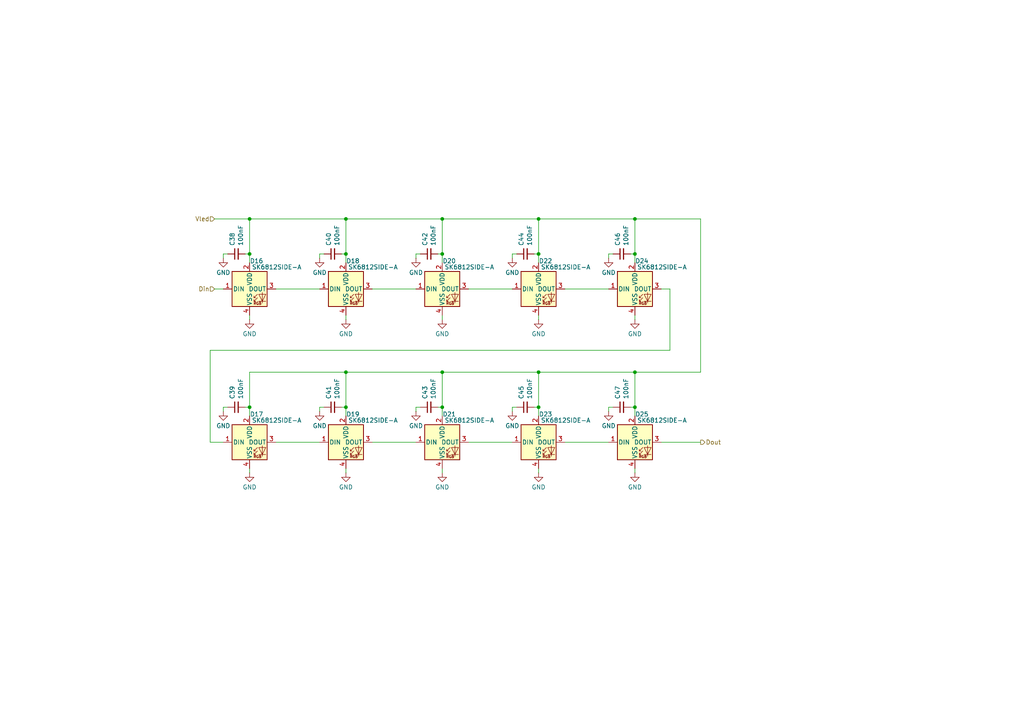
<source format=kicad_sch>
(kicad_sch (version 20231120) (generator "eeschema") (generator_version "8.0")
  (paper "A4")
  (lib_symbols
    (symbol "Device:C_Small" (pin_numbers hide) (pin_names (offset 0.254) hide)
      (property "Reference" "C" (at 0.254 1.778 0))
      (property "Value" "C_Small" (at 0.254 -2.032 0))
      (symbol "C_Small_0_1"
        (polyline (pts (xy -1.524 -0.508) (xy 1.524 -0.508)) (stroke (width 0.3302)))
        (polyline (pts (xy -1.524 0.508) (xy 1.524 0.508)) (stroke (width 0.3048)))
      )
      (symbol "C_Small_1_1"
        (pin passive line (at 0 2.54 270) (length 2.032) (name "~") (number "1"))
        (pin passive line (at 0 -2.54 90) (length 2.032) (name "~") (number "2"))
      )
    )
    (symbol "LED_Opsco:SK6812SIDE-A" (pin_names (offset 0.254))
      (property "Reference" "D" (at 5.08 5.715 0))
      (property "Value" "SK6812SIDE-A" (at 1.27 -5.715 0))
      (symbol "SK6812SIDE-A_0_0"
        (text "RGB" (at 2.286 -4.191 0) (effects (font (size 0.762 0.762))))
      )
      (symbol "SK6812SIDE-A_0_1"
        (rectangle (start -5.08 5.08) (end 5.08 -5.08) (stroke (width 0.254)) (fill (type background)))
        (polyline (pts (xy 1.27 -3.556) (xy 1.778 -3.556)))
        (polyline (pts (xy 1.27 -2.54) (xy 1.778 -2.54)))
        (polyline (pts (xy 4.699 -3.556) (xy 2.667 -3.556)))
        (polyline (pts (xy 2.286 -2.54) (xy 1.27 -3.556) (xy 1.27 -3.048)))
        (polyline (pts (xy 2.286 -1.524) (xy 1.27 -2.54) (xy 1.27 -2.032)))
        (polyline (pts (xy 3.683 -1.016) (xy 3.683 -3.556) (xy 3.683 -4.064)))
        (polyline (pts (xy 4.699 -1.524) (xy 2.667 -1.524) (xy 3.683 -3.556) (xy 4.699 -1.524)))
      )
      (symbol "SK6812SIDE-A_1_1"
        (pin input line (at -7.62 0 0) (length 2.54) (name "DIN") (number "1"))
        (pin power_in line (at 0 7.62 270) (length 2.54) (name "VDD") (number "2"))
        (pin output line (at 7.62 0 180) (length 2.54) (name "DOUT") (number "3"))
        (pin power_in line (at 0 -7.62 90) (length 2.54) (name "VSS") (number "4"))
      )
    )
    (symbol "power:GND" (power) (pin_numbers hide) (pin_names (offset 0) hide)
      (property "Value" "GND" (at 0 -3.81 0))
      (symbol "GND_0_1"
        (polyline (pts (xy 0 0) (xy 0 -1.27) (xy 1.27 -1.27) (xy 0 -2.54) (xy -1.27 -1.27) (xy 0 -1.27)))
      )
      (symbol "GND_1_1"
        (pin power_in line (at 0 0 270) (length 0) (name "~") (number "1"))
      )
    )
  )
  (junction (at 128.27 118.11))
  (junction (at 184.15 118.11))
  (junction (at 100.33 107.95))
  (junction (at 156.21 63.5))
  (junction (at 72.39 63.5))
  (junction (at 100.33 73.66))
  (junction (at 100.33 118.11))
  (junction (at 128.27 63.5))
  (junction (at 184.15 63.5))
  (junction (at 72.39 73.66))
  (junction (at 128.27 73.66))
  (junction (at 100.33 63.5))
  (junction (at 156.21 118.11))
  (junction (at 128.27 107.95))
  (junction (at 184.15 73.66))
  (junction (at 72.39 118.11))
  (junction (at 156.21 107.95))
  (junction (at 184.15 107.95))
  (junction (at 156.21 73.66))
  (wire (pts (xy 107.95 83.82) (xy 120.65 83.82)))
  (wire (pts (xy 194.31 83.82) (xy 194.31 101.6)))
  (wire (pts (xy 156.21 118.11) (xy 156.21 120.65)))
  (wire (pts (xy 72.39 63.5) (xy 72.39 73.66)))
  (wire (pts (xy 154.94 73.66) (xy 156.21 73.66)))
  (wire (pts (xy 72.39 107.95) (xy 100.33 107.95)))
  (wire (pts (xy 64.77 74.93) (xy 64.77 73.66)))
  (wire (pts (xy 100.33 73.66) (xy 100.33 76.2)))
  (wire (pts (xy 71.12 118.11) (xy 72.39 118.11)))
  (wire (pts (xy 80.01 128.27) (xy 92.71 128.27)))
  (wire (pts (xy 64.77 118.11) (xy 66.04 118.11)))
  (wire (pts (xy 203.2 107.95) (xy 203.2 63.5)))
  (wire (pts (xy 184.15 73.66) (xy 184.15 76.2)))
  (wire (pts (xy 72.39 107.95) (xy 72.39 118.11)))
  (wire (pts (xy 163.83 128.27) (xy 176.53 128.27)))
  (wire (pts (xy 62.23 83.82) (xy 64.77 83.82)))
  (wire (pts (xy 182.88 73.66) (xy 184.15 73.66)))
  (wire (pts (xy 60.96 128.27) (xy 64.77 128.27)))
  (wire (pts (xy 100.33 63.5) (xy 100.33 73.66)))
  (wire (pts (xy 72.39 63.5) (xy 100.33 63.5)))
  (wire (pts (xy 156.21 73.66) (xy 156.21 76.2)))
  (wire (pts (xy 128.27 118.11) (xy 128.27 120.65)))
  (wire (pts (xy 127 73.66) (xy 128.27 73.66)))
  (wire (pts (xy 156.21 63.5) (xy 156.21 73.66)))
  (wire (pts (xy 191.77 128.27) (xy 203.2 128.27)))
  (wire (pts (xy 184.15 63.5) (xy 184.15 73.66)))
  (wire (pts (xy 191.77 83.82) (xy 194.31 83.82)))
  (wire (pts (xy 64.77 119.38) (xy 64.77 118.11)))
  (wire (pts (xy 156.21 107.95) (xy 184.15 107.95)))
  (wire (pts (xy 120.65 73.66) (xy 121.92 73.66)))
  (wire (pts (xy 99.06 118.11) (xy 100.33 118.11)))
  (wire (pts (xy 71.12 73.66) (xy 72.39 73.66)))
  (wire (pts (xy 107.95 128.27) (xy 120.65 128.27)))
  (wire (pts (xy 128.27 63.5) (xy 128.27 73.66)))
  (wire (pts (xy 99.06 73.66) (xy 100.33 73.66)))
  (wire (pts (xy 92.71 119.38) (xy 92.71 118.11)))
  (wire (pts (xy 92.71 74.93) (xy 92.71 73.66)))
  (wire (pts (xy 128.27 91.44) (xy 128.27 92.71)))
  (wire (pts (xy 194.31 101.6) (xy 60.96 101.6)))
  (wire (pts (xy 100.33 91.44) (xy 100.33 92.71)))
  (wire (pts (xy 163.83 83.82) (xy 176.53 83.82)))
  (wire (pts (xy 184.15 135.89) (xy 184.15 137.16)))
  (wire (pts (xy 128.27 107.95) (xy 156.21 107.95)))
  (wire (pts (xy 92.71 73.66) (xy 93.98 73.66)))
  (wire (pts (xy 128.27 73.66) (xy 128.27 76.2)))
  (wire (pts (xy 176.53 73.66) (xy 177.8 73.66)))
  (wire (pts (xy 100.33 107.95) (xy 128.27 107.95)))
  (wire (pts (xy 72.39 91.44) (xy 72.39 92.71)))
  (wire (pts (xy 100.33 135.89) (xy 100.33 137.16)))
  (wire (pts (xy 148.59 73.66) (xy 149.86 73.66)))
  (wire (pts (xy 127 118.11) (xy 128.27 118.11)))
  (wire (pts (xy 120.65 118.11) (xy 121.92 118.11)))
  (wire (pts (xy 154.94 118.11) (xy 156.21 118.11)))
  (wire (pts (xy 156.21 107.95) (xy 156.21 118.11)))
  (wire (pts (xy 182.88 118.11) (xy 184.15 118.11)))
  (wire (pts (xy 128.27 63.5) (xy 156.21 63.5)))
  (wire (pts (xy 135.89 83.82) (xy 148.59 83.82)))
  (wire (pts (xy 100.33 118.11) (xy 100.33 120.65)))
  (wire (pts (xy 100.33 63.5) (xy 128.27 63.5)))
  (wire (pts (xy 156.21 63.5) (xy 184.15 63.5)))
  (wire (pts (xy 120.65 119.38) (xy 120.65 118.11)))
  (wire (pts (xy 148.59 118.11) (xy 149.86 118.11)))
  (wire (pts (xy 135.89 128.27) (xy 148.59 128.27)))
  (wire (pts (xy 148.59 119.38) (xy 148.59 118.11)))
  (wire (pts (xy 184.15 91.44) (xy 184.15 92.71)))
  (wire (pts (xy 64.77 73.66) (xy 66.04 73.66)))
  (wire (pts (xy 184.15 107.95) (xy 203.2 107.95)))
  (wire (pts (xy 176.53 119.38) (xy 176.53 118.11)))
  (wire (pts (xy 184.15 118.11) (xy 184.15 120.65)))
  (wire (pts (xy 148.59 74.93) (xy 148.59 73.66)))
  (wire (pts (xy 156.21 135.89) (xy 156.21 137.16)))
  (wire (pts (xy 176.53 74.93) (xy 176.53 73.66)))
  (wire (pts (xy 72.39 73.66) (xy 72.39 76.2)))
  (wire (pts (xy 62.23 63.5) (xy 72.39 63.5)))
  (wire (pts (xy 100.33 107.95) (xy 100.33 118.11)))
  (wire (pts (xy 184.15 107.95) (xy 184.15 118.11)))
  (wire (pts (xy 80.01 83.82) (xy 92.71 83.82)))
  (wire (pts (xy 60.96 101.6) (xy 60.96 128.27)))
  (wire (pts (xy 184.15 63.5) (xy 203.2 63.5)))
  (wire (pts (xy 72.39 135.89) (xy 72.39 137.16)))
  (wire (pts (xy 128.27 135.89) (xy 128.27 137.16)))
  (wire (pts (xy 156.21 91.44) (xy 156.21 92.71)))
  (wire (pts (xy 92.71 118.11) (xy 93.98 118.11)))
  (wire (pts (xy 176.53 118.11) (xy 177.8 118.11)))
  (wire (pts (xy 72.39 118.11) (xy 72.39 120.65)))
  (wire (pts (xy 128.27 107.95) (xy 128.27 118.11)))
  (wire (pts (xy 120.65 74.93) (xy 120.65 73.66)))
  (hierarchical_label "Vled" (shape input) (at 62.23 63.5 180))
  (hierarchical_label "Dout" (shape output) (at 203.2 128.27 0))
  (hierarchical_label "Din" (shape input) (at 62.23 83.82 180))
  (symbol (lib_id "LED_Opsco:SK6812SIDE-A") (at 184.15 83.82 0) (unit 1)
    (property "Reference" "D24" (at 186.182 75.692 0))
    (property "Value" "SK6812SIDE-A" (at 192.024 77.47 0))
    (property "Footprint" "LED_Opsco:LED_SK6812SIDE-A" (effects (hide yes)))
    (property "Datasheet" "https://cdn-shop.adafruit.com/product-files/1138/SK6812+LED+datasheet+.pdf" (effects (hide yes)))
    (property "Description" "RGB LED with integrated controller" (effects (hide yes)))
    (property "LCSC" "C5378721" (effects (hide yes)))
    (instances (project "TallyLight" (path "" (reference "D24") (unit 1)) (path "" (reference "D14") (unit 1))))
  )
  (symbol (lib_id "power:GND") (at 100.33 92.71 0) (unit 1)
    (property "Reference" "#PWR078" (effects (hide yes)))
    (property "Value" "GND" (at 100.33 96.8431 0))
    (property "Description" "Power symbol creates a global label with name \"GND\" , ground" (effects (hide yes)))
    (instances (project "TallyLight" (path "" (reference "#PWR078") (unit 1)) (path "" (reference "#PWR058") (unit 1))))
  )
  (symbol (lib_id "power:GND") (at 72.39 92.71 0) (unit 1)
    (property "Reference" "#PWR074" (effects (hide yes)))
    (property "Value" "GND" (at 72.39 96.8431 0))
    (property "Description" "Power symbol creates a global label with name \"GND\" , ground" (effects (hide yes)))
    (instances (project "TallyLight" (path "" (reference "#PWR074") (unit 1)) (path "" (reference "#PWR054") (unit 1))))
  )
  (symbol (lib_id "power:GND") (at 156.21 137.16 0) (unit 1)
    (property "Reference" "#PWR087" (effects (hide yes)))
    (property "Value" "GND" (at 156.21 141.2931 0))
    (property "Description" "Power symbol creates a global label with name \"GND\" , ground" (effects (hide yes)))
    (instances (project "TallyLight" (path "" (reference "#PWR087") (unit 1)) (path "" (reference "#PWR067") (unit 1))))
  )
  (symbol (lib_id "power:GND") (at 64.77 119.38 0) (unit 1)
    (property "Reference" "#PWR073" (effects (hide yes)))
    (property "Value" "GND" (at 64.77 123.5131 0))
    (property "Description" "Power symbol creates a global label with name \"GND\" , ground" (effects (hide yes)))
    (instances (project "TallyLight" (path "" (reference "#PWR073") (unit 1)) (path "" (reference "#PWR053") (unit 1))))
  )
  (symbol (lib_id "Device:C_Small") (at 124.46 118.11 90) (mirror x) (unit 1)
    (property "Reference" "C43" (at 123.2541 115.7859 0) (effects (justify right)))
    (property "Value" "100nF" (at 125.6784 115.7859 0) (effects (justify right)))
    (property "Footprint" "Capacitor_SMD:C_0402_1005Metric" (effects (hide yes)))
    (property "Description" "Unpolarized capacitor, small symbol" (effects (hide yes)))
    (property "LCSC" "C1525" (effects (hide yes)))
    (instances (project "TallyLight" (path "" (reference "C43") (unit 1)) (path "" (reference "C33") (unit 1))))
  )
  (symbol (lib_id "LED_Opsco:SK6812SIDE-A") (at 156.21 128.27 0) (unit 1)
    (property "Reference" "D23" (at 158.242 120.142 0))
    (property "Value" "SK6812SIDE-A" (at 164.084 121.92 0))
    (property "Footprint" "LED_Opsco:LED_SK6812SIDE-A" (effects (hide yes)))
    (property "Datasheet" "https://cdn-shop.adafruit.com/product-files/1138/SK6812+LED+datasheet+.pdf" (effects (hide yes)))
    (property "Description" "RGB LED with integrated controller" (effects (hide yes)))
    (property "LCSC" "C5378721" (effects (hide yes)))
    (instances (project "TallyLight" (path "" (reference "D23") (unit 1)) (path "" (reference "D13") (unit 1))))
  )
  (symbol (lib_id "power:GND") (at 148.59 74.93 0) (unit 1)
    (property "Reference" "#PWR084" (effects (hide yes)))
    (property "Value" "GND" (at 148.59 79.0631 0))
    (property "Description" "Power symbol creates a global label with name \"GND\" , ground" (effects (hide yes)))
    (instances (project "TallyLight" (path "" (reference "#PWR084") (unit 1)) (path "" (reference "#PWR064") (unit 1))))
  )
  (symbol (lib_id "Device:C_Small") (at 96.52 118.11 90) (mirror x) (unit 1)
    (property "Reference" "C41" (at 95.3141 115.7859 0) (effects (justify right)))
    (property "Value" "100nF" (at 97.7384 115.7859 0) (effects (justify right)))
    (property "Footprint" "Capacitor_SMD:C_0402_1005Metric" (effects (hide yes)))
    (property "Description" "Unpolarized capacitor, small symbol" (effects (hide yes)))
    (property "LCSC" "C1525" (effects (hide yes)))
    (instances (project "TallyLight" (path "" (reference "C41") (unit 1)) (path "" (reference "C31") (unit 1))))
  )
  (symbol (lib_id "power:GND") (at 64.77 74.93 0) (unit 1)
    (property "Reference" "#PWR072" (effects (hide yes)))
    (property "Value" "GND" (at 64.77 79.0631 0))
    (property "Description" "Power symbol creates a global label with name \"GND\" , ground" (effects (hide yes)))
    (instances (project "TallyLight" (path "" (reference "#PWR072") (unit 1)) (path "" (reference "#PWR052") (unit 1))))
  )
  (symbol (lib_id "LED_Opsco:SK6812SIDE-A") (at 100.33 128.27 0) (unit 1)
    (property "Reference" "D19" (at 102.362 120.142 0))
    (property "Value" "SK6812SIDE-A" (at 108.204 121.92 0))
    (property "Footprint" "LED_Opsco:LED_SK6812SIDE-A" (effects (hide yes)))
    (property "Datasheet" "https://cdn-shop.adafruit.com/product-files/1138/SK6812+LED+datasheet+.pdf" (effects (hide yes)))
    (property "Description" "RGB LED with integrated controller" (effects (hide yes)))
    (property "LCSC" "C5378721" (effects (hide yes)))
    (instances (project "TallyLight" (path "" (reference "D19") (unit 1)) (path "" (reference "D9") (unit 1))))
  )
  (symbol (lib_id "Device:C_Small") (at 180.34 73.66 90) (mirror x) (unit 1)
    (property "Reference" "C46" (at 179.1341 71.3359 0) (effects (justify right)))
    (property "Value" "100nF" (at 181.5584 71.3359 0) (effects (justify right)))
    (property "Footprint" "Capacitor_SMD:C_0402_1005Metric" (effects (hide yes)))
    (property "Description" "Unpolarized capacitor, small symbol" (effects (hide yes)))
    (property "LCSC" "C1525" (effects (hide yes)))
    (instances (project "TallyLight" (path "" (reference "C46") (unit 1)) (path "" (reference "C36") (unit 1))))
  )
  (symbol (lib_id "power:GND") (at 128.27 92.71 0) (unit 1)
    (property "Reference" "#PWR082" (effects (hide yes)))
    (property "Value" "GND" (at 128.27 96.8431 0))
    (property "Description" "Power symbol creates a global label with name \"GND\" , ground" (effects (hide yes)))
    (instances (project "TallyLight" (path "" (reference "#PWR082") (unit 1)) (path "" (reference "#PWR062") (unit 1))))
  )
  (symbol (lib_id "Device:C_Small") (at 180.34 118.11 90) (mirror x) (unit 1)
    (property "Reference" "C47" (at 179.1341 115.7859 0) (effects (justify right)))
    (property "Value" "100nF" (at 181.5584 115.7859 0) (effects (justify right)))
    (property "Footprint" "Capacitor_SMD:C_0402_1005Metric" (effects (hide yes)))
    (property "Description" "Unpolarized capacitor, small symbol" (effects (hide yes)))
    (property "LCSC" "C1525" (effects (hide yes)))
    (instances (project "TallyLight" (path "" (reference "C47") (unit 1)) (path "" (reference "C37") (unit 1))))
  )
  (symbol (lib_id "LED_Opsco:SK6812SIDE-A") (at 100.33 83.82 0) (unit 1)
    (property "Reference" "D18" (at 102.362 75.692 0))
    (property "Value" "SK6812SIDE-A" (at 108.204 77.47 0))
    (property "Footprint" "LED_Opsco:LED_SK6812SIDE-A" (effects (hide yes)))
    (property "Datasheet" "https://cdn-shop.adafruit.com/product-files/1138/SK6812+LED+datasheet+.pdf" (effects (hide yes)))
    (property "Description" "RGB LED with integrated controller" (effects (hide yes)))
    (property "LCSC" "C5378721" (effects (hide yes)))
    (instances (project "TallyLight" (path "" (reference "D18") (unit 1)) (path "" (reference "D8") (unit 1))))
  )
  (symbol (lib_id "power:GND") (at 120.65 119.38 0) (unit 1)
    (property "Reference" "#PWR081" (effects (hide yes)))
    (property "Value" "GND" (at 120.65 123.5131 0))
    (property "Description" "Power symbol creates a global label with name \"GND\" , ground" (effects (hide yes)))
    (instances (project "TallyLight" (path "" (reference "#PWR081") (unit 1)) (path "" (reference "#PWR061") (unit 1))))
  )
  (symbol (lib_id "power:GND") (at 92.71 74.93 0) (unit 1)
    (property "Reference" "#PWR076" (effects (hide yes)))
    (property "Value" "GND" (at 92.71 79.0631 0))
    (property "Description" "Power symbol creates a global label with name \"GND\" , ground" (effects (hide yes)))
    (instances (project "TallyLight" (path "" (reference "#PWR076") (unit 1)) (path "" (reference "#PWR056") (unit 1))))
  )
  (symbol (lib_id "Device:C_Small") (at 68.58 73.66 90) (mirror x) (unit 1)
    (property "Reference" "C38" (at 67.3741 71.3359 0) (effects (justify right)))
    (property "Value" "100nF" (at 69.7984 71.3359 0) (effects (justify right)))
    (property "Footprint" "Capacitor_SMD:C_0402_1005Metric" (effects (hide yes)))
    (property "Description" "Unpolarized capacitor, small symbol" (effects (hide yes)))
    (property "LCSC" "C1525" (effects (hide yes)))
    (instances (project "TallyLight" (path "" (reference "C38") (unit 1)) (path "" (reference "C28") (unit 1))))
  )
  (symbol (lib_id "Device:C_Small") (at 124.46 73.66 90) (mirror x) (unit 1)
    (property "Reference" "C42" (at 123.2541 71.3359 0) (effects (justify right)))
    (property "Value" "100nF" (at 125.6784 71.3359 0) (effects (justify right)))
    (property "Footprint" "Capacitor_SMD:C_0402_1005Metric" (effects (hide yes)))
    (property "Description" "Unpolarized capacitor, small symbol" (effects (hide yes)))
    (property "LCSC" "C1525" (effects (hide yes)))
    (instances (project "TallyLight" (path "" (reference "C42") (unit 1)) (path "" (reference "C32") (unit 1))))
  )
  (symbol (lib_id "power:GND") (at 184.15 92.71 0) (unit 1)
    (property "Reference" "#PWR090" (effects (hide yes)))
    (property "Value" "GND" (at 184.15 96.8431 0))
    (property "Description" "Power symbol creates a global label with name \"GND\" , ground" (effects (hide yes)))
    (instances (project "TallyLight" (path "" (reference "#PWR090") (unit 1)) (path "" (reference "#PWR070") (unit 1))))
  )
  (symbol (lib_id "Device:C_Small") (at 152.4 73.66 90) (mirror x) (unit 1)
    (property "Reference" "C44" (at 151.1941 71.3359 0) (effects (justify right)))
    (property "Value" "100nF" (at 153.6184 71.3359 0) (effects (justify right)))
    (property "Footprint" "Capacitor_SMD:C_0402_1005Metric" (effects (hide yes)))
    (property "Description" "Unpolarized capacitor, small symbol" (effects (hide yes)))
    (property "LCSC" "C1525" (effects (hide yes)))
    (instances (project "TallyLight" (path "" (reference "C44") (unit 1)) (path "" (reference "C34") (unit 1))))
  )
  (symbol (lib_id "power:GND") (at 184.15 137.16 0) (unit 1)
    (property "Reference" "#PWR091" (effects (hide yes)))
    (property "Value" "GND" (at 184.15 141.2931 0))
    (property "Description" "Power symbol creates a global label with name \"GND\" , ground" (effects (hide yes)))
    (instances (project "TallyLight" (path "" (reference "#PWR091") (unit 1)) (path "" (reference "#PWR071") (unit 1))))
  )
  (symbol (lib_id "power:GND") (at 92.71 119.38 0) (unit 1)
    (property "Reference" "#PWR077" (effects (hide yes)))
    (property "Value" "GND" (at 92.71 123.5131 0))
    (property "Description" "Power symbol creates a global label with name \"GND\" , ground" (effects (hide yes)))
    (instances (project "TallyLight" (path "" (reference "#PWR077") (unit 1)) (path "" (reference "#PWR057") (unit 1))))
  )
  (symbol (lib_id "LED_Opsco:SK6812SIDE-A") (at 156.21 83.82 0) (unit 1)
    (property "Reference" "D22" (at 158.242 75.692 0))
    (property "Value" "SK6812SIDE-A" (at 164.084 77.47 0))
    (property "Footprint" "LED_Opsco:LED_SK6812SIDE-A" (effects (hide yes)))
    (property "Datasheet" "https://cdn-shop.adafruit.com/product-files/1138/SK6812+LED+datasheet+.pdf" (effects (hide yes)))
    (property "Description" "RGB LED with integrated controller" (effects (hide yes)))
    (property "LCSC" "C5378721" (effects (hide yes)))
    (instances (project "TallyLight" (path "" (reference "D22") (unit 1)) (path "" (reference "D12") (unit 1))))
  )
  (symbol (lib_id "LED_Opsco:SK6812SIDE-A") (at 72.39 83.82 0) (unit 1)
    (property "Reference" "D16" (at 74.422 75.692 0))
    (property "Value" "SK6812SIDE-A" (at 80.264 77.47 0))
    (property "Footprint" "LED_Opsco:LED_SK6812SIDE-A" (effects (hide yes)))
    (property "Datasheet" "https://cdn-shop.adafruit.com/product-files/1138/SK6812+LED+datasheet+.pdf" (effects (hide yes)))
    (property "Description" "RGB LED with integrated controller" (effects (hide yes)))
    (property "LCSC" "C5378721" (effects (hide yes)))
    (instances (project "TallyLight" (path "" (reference "D16") (unit 1)) (path "" (reference "D6") (unit 1))))
  )
  (symbol (lib_id "power:GND") (at 72.39 137.16 0) (unit 1)
    (property "Reference" "#PWR075" (effects (hide yes)))
    (property "Value" "GND" (at 72.39 141.2931 0))
    (property "Description" "Power symbol creates a global label with name \"GND\" , ground" (effects (hide yes)))
    (instances (project "TallyLight" (path "" (reference "#PWR075") (unit 1)) (path "" (reference "#PWR055") (unit 1))))
  )
  (symbol (lib_id "power:GND") (at 176.53 74.93 0) (unit 1)
    (property "Reference" "#PWR088" (effects (hide yes)))
    (property "Value" "GND" (at 176.53 79.0631 0))
    (property "Description" "Power symbol creates a global label with name \"GND\" , ground" (effects (hide yes)))
    (instances (project "TallyLight" (path "" (reference "#PWR088") (unit 1)) (path "" (reference "#PWR068") (unit 1))))
  )
  (symbol (lib_id "power:GND") (at 176.53 119.38 0) (unit 1)
    (property "Reference" "#PWR089" (effects (hide yes)))
    (property "Value" "GND" (at 176.53 123.5131 0))
    (property "Description" "Power symbol creates a global label with name \"GND\" , ground" (effects (hide yes)))
    (instances (project "TallyLight" (path "" (reference "#PWR089") (unit 1)) (path "" (reference "#PWR069") (unit 1))))
  )
  (symbol (lib_id "power:GND") (at 156.21 92.71 0) (unit 1)
    (property "Reference" "#PWR086" (effects (hide yes)))
    (property "Value" "GND" (at 156.21 96.8431 0))
    (property "Description" "Power symbol creates a global label with name \"GND\" , ground" (effects (hide yes)))
    (instances (project "TallyLight" (path "" (reference "#PWR086") (unit 1)) (path "" (reference "#PWR066") (unit 1))))
  )
  (symbol (lib_id "Device:C_Small") (at 152.4 118.11 90) (mirror x) (unit 1)
    (property "Reference" "C45" (at 151.1941 115.7859 0) (effects (justify right)))
    (property "Value" "100nF" (at 153.6184 115.7859 0) (effects (justify right)))
    (property "Footprint" "Capacitor_SMD:C_0402_1005Metric" (effects (hide yes)))
    (property "Description" "Unpolarized capacitor, small symbol" (effects (hide yes)))
    (property "LCSC" "C1525" (effects (hide yes)))
    (instances (project "TallyLight" (path "" (reference "C45") (unit 1)) (path "" (reference "C35") (unit 1))))
  )
  (symbol (lib_id "power:GND") (at 120.65 74.93 0) (unit 1)
    (property "Reference" "#PWR080" (effects (hide yes)))
    (property "Value" "GND" (at 120.65 79.0631 0))
    (property "Description" "Power symbol creates a global label with name \"GND\" , ground" (effects (hide yes)))
    (instances (project "TallyLight" (path "" (reference "#PWR080") (unit 1)) (path "" (reference "#PWR060") (unit 1))))
  )
  (symbol (lib_id "Device:C_Small") (at 68.58 118.11 90) (mirror x) (unit 1)
    (property "Reference" "C39" (at 67.3741 115.7859 0) (effects (justify right)))
    (property "Value" "100nF" (at 69.7984 115.7859 0) (effects (justify right)))
    (property "Footprint" "Capacitor_SMD:C_0402_1005Metric" (effects (hide yes)))
    (property "Description" "Unpolarized capacitor, small symbol" (effects (hide yes)))
    (property "LCSC" "C1525" (effects (hide yes)))
    (instances (project "TallyLight" (path "" (reference "C39") (unit 1)) (path "" (reference "C29") (unit 1))))
  )
  (symbol (lib_id "power:GND") (at 148.59 119.38 0) (unit 1)
    (property "Reference" "#PWR085" (effects (hide yes)))
    (property "Value" "GND" (at 148.59 123.5131 0))
    (property "Description" "Power symbol creates a global label with name \"GND\" , ground" (effects (hide yes)))
    (instances (project "TallyLight" (path "" (reference "#PWR085") (unit 1)) (path "" (reference "#PWR065") (unit 1))))
  )
  (symbol (lib_id "LED_Opsco:SK6812SIDE-A") (at 128.27 128.27 0) (unit 1)
    (property "Reference" "D21" (at 130.302 120.142 0))
    (property "Value" "SK6812SIDE-A" (at 136.144 121.92 0))
    (property "Footprint" "LED_Opsco:LED_SK6812SIDE-A" (effects (hide yes)))
    (property "Datasheet" "https://cdn-shop.adafruit.com/product-files/1138/SK6812+LED+datasheet+.pdf" (effects (hide yes)))
    (property "Description" "RGB LED with integrated controller" (effects (hide yes)))
    (property "LCSC" "C5378721" (effects (hide yes)))
    (instances (project "TallyLight" (path "" (reference "D21") (unit 1)) (path "" (reference "D11") (unit 1))))
  )
  (symbol (lib_id "LED_Opsco:SK6812SIDE-A") (at 72.39 128.27 0) (unit 1)
    (property "Reference" "D17" (at 74.422 120.142 0))
    (property "Value" "SK6812SIDE-A" (at 80.264 121.92 0))
    (property "Footprint" "LED_Opsco:LED_SK6812SIDE-A" (effects (hide yes)))
    (property "Datasheet" "https://cdn-shop.adafruit.com/product-files/1138/SK6812+LED+datasheet+.pdf" (effects (hide yes)))
    (property "Description" "RGB LED with integrated controller" (effects (hide yes)))
    (property "LCSC" "C5378721" (effects (hide yes)))
    (instances (project "TallyLight" (path "" (reference "D17") (unit 1)) (path "" (reference "D7") (unit 1))))
  )
  (symbol (lib_id "Device:C_Small") (at 96.52 73.66 90) (mirror x) (unit 1)
    (property "Reference" "C40" (at 95.3141 71.3359 0) (effects (justify right)))
    (property "Value" "100nF" (at 97.7384 71.3359 0) (effects (justify right)))
    (property "Footprint" "Capacitor_SMD:C_0402_1005Metric" (effects (hide yes)))
    (property "Description" "Unpolarized capacitor, small symbol" (effects (hide yes)))
    (property "LCSC" "C1525" (effects (hide yes)))
    (instances (project "TallyLight" (path "" (reference "C40") (unit 1)) (path "" (reference "C30") (unit 1))))
  )
  (symbol (lib_id "power:GND") (at 100.33 137.16 0) (unit 1)
    (property "Reference" "#PWR079" (effects (hide yes)))
    (property "Value" "GND" (at 100.33 141.2931 0))
    (property "Description" "Power symbol creates a global label with name \"GND\" , ground" (effects (hide yes)))
    (instances (project "TallyLight" (path "" (reference "#PWR079") (unit 1)) (path "" (reference "#PWR059") (unit 1))))
  )
  (symbol (lib_id "LED_Opsco:SK6812SIDE-A") (at 128.27 83.82 0) (unit 1)
    (property "Reference" "D20" (at 130.302 75.692 0))
    (property "Value" "SK6812SIDE-A" (at 136.144 77.47 0))
    (property "Footprint" "LED_Opsco:LED_SK6812SIDE-A" (effects (hide yes)))
    (property "Datasheet" "https://cdn-shop.adafruit.com/product-files/1138/SK6812+LED+datasheet+.pdf" (effects (hide yes)))
    (property "Description" "RGB LED with integrated controller" (effects (hide yes)))
    (property "LCSC" "C5378721" (effects (hide yes)))
    (instances (project "TallyLight" (path "" (reference "D20") (unit 1)) (path "" (reference "D10") (unit 1))))
  )
  (symbol (lib_id "LED_Opsco:SK6812SIDE-A") (at 184.15 128.27 0) (unit 1)
    (property "Reference" "D25" (at 186.182 120.142 0))
    (property "Value" "SK6812SIDE-A" (at 192.024 121.92 0))
    (property "Footprint" "LED_Opsco:LED_SK6812SIDE-A" (effects (hide yes)))
    (property "Datasheet" "https://cdn-shop.adafruit.com/product-files/1138/SK6812+LED+datasheet+.pdf" (effects (hide yes)))
    (property "Description" "RGB LED with integrated controller" (effects (hide yes)))
    (property "LCSC" "C5378721" (effects (hide yes)))
    (instances (project "TallyLight" (path "" (reference "D25") (unit 1)) (path "" (reference "D15") (unit 1))))
  )
  (symbol (lib_id "power:GND") (at 128.27 137.16 0) (unit 1)
    (property "Reference" "#PWR083" (effects (hide yes)))
    (property "Value" "GND" (at 128.27 141.2931 0))
    (property "Description" "Power symbol creates a global label with name \"GND\" , ground" (effects (hide yes)))
    (instances (project "TallyLight" (path "" (reference "#PWR083") (unit 1)) (path "" (reference "#PWR063") (unit 1))))
  )
)
</source>
